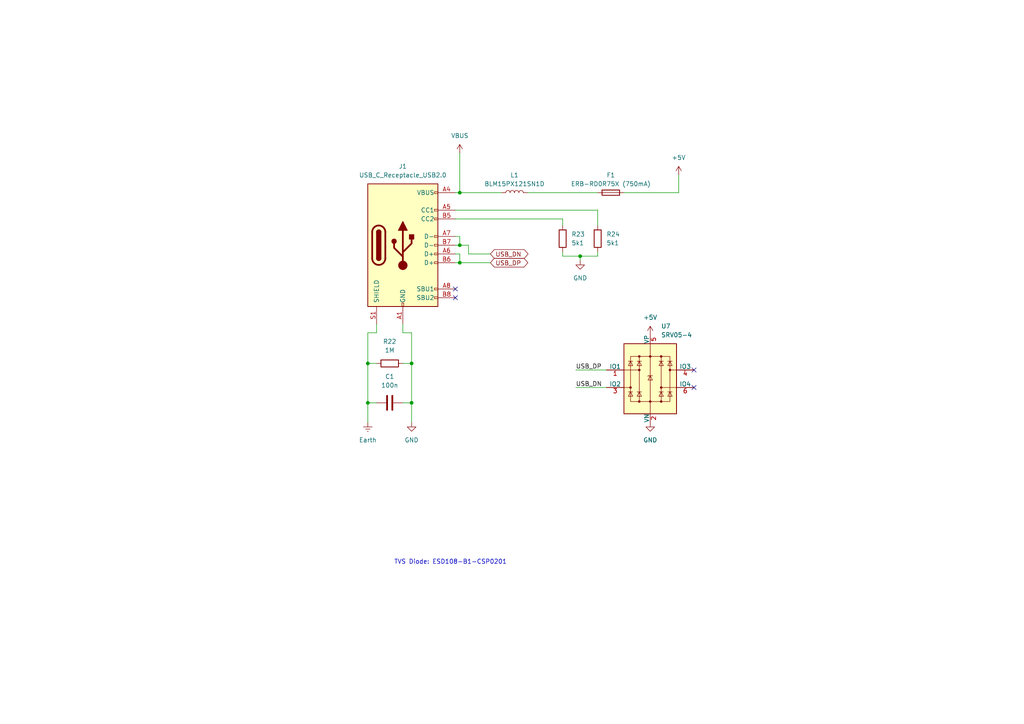
<source format=kicad_sch>
(kicad_sch (version 20230121) (generator eeschema)
  (paper "A4")
  (lib_symbols
    (symbol "Connector:USB_C_Receptacle_USB2.0" (pin_names (offset 1.016))
      (property "Reference" "J" (at -10.16 19.05 0))
      (property "Value" "USB_C_Receptacle_USB2.0" (at 19.05 19.05 0))
      (symbol "USB_C_Receptacle_USB2.0_0_0"
        (rectangle (start -0.254 -17.78) (end 0.254 -16.764))
        (rectangle (start 10.16 -14.986) (end 9.144 -15.494))
        (rectangle (start 10.16 -12.446) (end 9.144 -12.954))
        (rectangle (start 10.16 -4.826) (end 9.144 -5.334))
        (rectangle (start 10.16 -2.286) (end 9.144 -2.794))
        (rectangle (start 10.16 0.254) (end 9.144 -0.254))
        (rectangle (start 10.16 2.794) (end 9.144 2.286))
        (rectangle (start 10.16 7.874) (end 9.144 7.366))
        (rectangle (start 10.16 10.414) (end 9.144 9.906))
        (rectangle (start 10.16 15.494) (end 9.144 14.986))
      )
      (symbol "USB_C_Receptacle_USB2.0_0_1"
        (rectangle (start -10.16 17.78) (end 10.16 -17.78) (stroke (width 0.254)) (fill (type background)))
        (arc (start -8.89 -3.81) (mid -6.985 -5.7067) (end -5.08 -3.81) (stroke (width 0.508)))
        (arc (start -7.62 -3.81) (mid -6.985 -4.4423) (end -6.35 -3.81) (stroke (width 0.254)))
        (arc (start -7.62 -3.81) (mid -6.985 -4.4423) (end -6.35 -3.81) (stroke (width 0.254)) (fill (type outline)))
        (rectangle (start -7.62 -3.81) (end -6.35 3.81) (stroke (width 0.254)) (fill (type outline)))
        (arc (start -6.35 3.81) (mid -6.985 4.4423) (end -7.62 3.81) (stroke (width 0.254)))
        (arc (start -6.35 3.81) (mid -6.985 4.4423) (end -7.62 3.81) (stroke (width 0.254)) (fill (type outline)))
        (arc (start -5.08 3.81) (mid -6.985 5.7067) (end -8.89 3.81) (stroke (width 0.508)))
        (circle (center -2.54 1.143) (radius 0.635) (stroke (width 0.254)) (fill (type outline)))
        (circle (center 0 -5.842) (radius 1.27) (fill (type outline)))
        (polyline (pts (xy -8.89 -3.81) (xy -8.89 3.81)) (stroke (width 0.508)))
        (polyline (pts (xy -5.08 3.81) (xy -5.08 -3.81)) (stroke (width 0.508)))
        (polyline (pts (xy 0 -5.842) (xy 0 4.318)) (stroke (width 0.508)))
        (polyline (pts (xy 0 -3.302) (xy -2.54 -0.762) (xy -2.54 0.508)) (stroke (width 0.508)))
        (polyline (pts (xy 0 -2.032) (xy 2.54 0.508) (xy 2.54 1.778)) (stroke (width 0.508)))
        (polyline (pts (xy -1.27 4.318) (xy 0 6.858) (xy 1.27 4.318) (xy -1.27 4.318)) (stroke (width 0.254)) (fill (type outline)))
        (rectangle (start 1.905 1.778) (end 3.175 3.048) (stroke (width 0.254)) (fill (type outline)))
      )
      (symbol "USB_C_Receptacle_USB2.0_1_1"
        (pin passive line (at 0 -22.86 90) (length 5.08) (name "GND") (number "A1"))
        (pin passive line (at 0 -22.86 90) (length 5.08) hide (name "GND") (number "A12"))
        (pin passive line (at 15.24 15.24 180) (length 5.08) (name "VBUS") (number "A4"))
        (pin bidirectional line (at 15.24 10.16 180) (length 5.08) (name "CC1") (number "A5"))
        (pin bidirectional line (at 15.24 -2.54 180) (length 5.08) (name "D+") (number "A6"))
        (pin bidirectional line (at 15.24 2.54 180) (length 5.08) (name "D-") (number "A7"))
        (pin bidirectional line (at 15.24 -12.7 180) (length 5.08) (name "SBU1") (number "A8"))
        (pin passive line (at 15.24 15.24 180) (length 5.08) hide (name "VBUS") (number "A9"))
        (pin passive line (at 0 -22.86 90) (length 5.08) hide (name "GND") (number "B1"))
        (pin passive line (at 0 -22.86 90) (length 5.08) hide (name "GND") (number "B12"))
        (pin passive line (at 15.24 15.24 180) (length 5.08) hide (name "VBUS") (number "B4"))
        (pin bidirectional line (at 15.24 7.62 180) (length 5.08) (name "CC2") (number "B5"))
        (pin bidirectional line (at 15.24 -5.08 180) (length 5.08) (name "D+") (number "B6"))
        (pin bidirectional line (at 15.24 0 180) (length 5.08) (name "D-") (number "B7"))
        (pin bidirectional line (at 15.24 -15.24 180) (length 5.08) (name "SBU2") (number "B8"))
        (pin passive line (at 15.24 15.24 180) (length 5.08) hide (name "VBUS") (number "B9"))
        (pin passive line (at -7.62 -22.86 90) (length 5.08) (name "SHIELD") (number "S1"))
      )
    )
    (symbol "Device:C" (pin_numbers hide) (pin_names (offset 0.254))
      (property "Reference" "C" (at 0.635 2.54 0))
      (property "Value" "C" (at 0.635 -2.54 0))
      (symbol "C_0_1"
        (polyline (pts (xy -2.032 -0.762) (xy 2.032 -0.762)) (stroke (width 0.508)))
        (polyline (pts (xy -2.032 0.762) (xy 2.032 0.762)) (stroke (width 0.508)))
      )
      (symbol "C_1_1"
        (pin passive line (at 0 3.81 270) (length 2.794) (name "~") (number "1"))
        (pin passive line (at 0 -3.81 90) (length 2.794) (name "~") (number "2"))
      )
    )
    (symbol "Device:Fuse" (pin_numbers hide) (pin_names (offset 0))
      (property "Reference" "F" (at 2.032 0 90))
      (property "Value" "Fuse" (at -1.905 0 90))
      (symbol "Fuse_0_1"
        (rectangle (start -0.762 -2.54) (end 0.762 2.54) (stroke (width 0.254)))
        (polyline (pts (xy 0 2.54) (xy 0 -2.54)))
      )
      (symbol "Fuse_1_1"
        (pin passive line (at 0 3.81 270) (length 1.27) (name "~") (number "1"))
        (pin passive line (at 0 -3.81 90) (length 1.27) (name "~") (number "2"))
      )
    )
    (symbol "Device:L" (pin_numbers hide) (pin_names (offset 1.016) hide)
      (property "Reference" "L" (at -1.27 0 90))
      (property "Value" "L" (at 1.905 0 90))
      (symbol "L_0_1"
        (arc (start 0 -2.54) (mid 0.6323 -1.905) (end 0 -1.27))
        (arc (start 0 -1.27) (mid 0.6323 -0.635) (end 0 0))
        (arc (start 0 0) (mid 0.6323 0.635) (end 0 1.27))
        (arc (start 0 1.27) (mid 0.6323 1.905) (end 0 2.54))
      )
      (symbol "L_1_1"
        (pin passive line (at 0 3.81 270) (length 1.27) (name "1") (number "1"))
        (pin passive line (at 0 -3.81 90) (length 1.27) (name "2") (number "2"))
      )
    )
    (symbol "Device:R" (pin_numbers hide) (pin_names (offset 0))
      (property "Reference" "R" (at 2.032 0 90))
      (property "Value" "R" (at 0 0 90))
      (symbol "R_0_1"
        (rectangle (start -1.016 -2.54) (end 1.016 2.54) (stroke (width 0.254)))
      )
      (symbol "R_1_1"
        (pin passive line (at 0 3.81 270) (length 1.27) (name "~") (number "1"))
        (pin passive line (at 0 -3.81 90) (length 1.27) (name "~") (number "2"))
      )
    )
    (symbol "Power_Protection:SRV05-4" (pin_names (offset 0))
      (property "Reference" "U" (at -5.08 11.43 0))
      (property "Value" "SRV05-4" (at 2.54 11.43 0))
      (symbol "SRV05-4_0_0"
        (rectangle (start -5.715 6.477) (end 5.715 -6.604))
        (polyline (pts (xy -3.175 -6.604) (xy -3.175 6.477)))
        (polyline (pts (xy 3.175 6.477) (xy 3.175 -6.604)))
      )
      (symbol "SRV05-4_0_1"
        (rectangle (start -7.62 10.16) (end 7.62 -10.16) (stroke (width 0.254)) (fill (type background)))
        (circle (center -5.715 -2.54) (radius 0.2794) (fill (type outline)))
        (circle (center -3.175 -6.604) (radius 0.2794) (fill (type outline)))
        (circle (center -3.175 2.54) (radius 0.2794) (fill (type outline)))
        (circle (center -3.175 6.477) (radius 0.2794) (fill (type outline)))
        (circle (center 0 -6.604) (radius 0.2794) (fill (type outline)))
        (polyline (pts (xy -7.747 2.54) (xy -3.175 2.54)))
        (polyline (pts (xy -7.62 -2.54) (xy -5.715 -2.54)))
        (polyline (pts (xy -5.08 -3.81) (xy -6.35 -3.81)))
        (polyline (pts (xy -5.08 5.08) (xy -6.35 5.08)))
        (polyline (pts (xy -2.54 -3.81) (xy -3.81 -3.81)))
        (polyline (pts (xy -2.54 5.08) (xy -3.81 5.08)))
        (polyline (pts (xy 0 10.16) (xy 0 -10.16)))
        (polyline (pts (xy 3.81 -3.81) (xy 2.54 -3.81)))
        (polyline (pts (xy 3.81 5.08) (xy 2.54 5.08)))
        (polyline (pts (xy 6.35 -3.81) (xy 5.08 -3.81)))
        (polyline (pts (xy 6.35 5.08) (xy 5.08 5.08)))
        (polyline (pts (xy 7.62 -2.54) (xy 3.175 -2.54)))
        (polyline (pts (xy 7.62 2.54) (xy 5.715 2.54)))
        (polyline (pts (xy 0.635 0.889) (xy -0.635 0.889) (xy -0.635 0.635)))
        (polyline (pts (xy -5.08 -5.08) (xy -6.35 -5.08) (xy -5.715 -3.81) (xy -5.08 -5.08)))
        (polyline (pts (xy -5.08 3.81) (xy -6.35 3.81) (xy -5.715 5.08) (xy -5.08 3.81)))
        (polyline (pts (xy -2.54 -5.08) (xy -3.81 -5.08) (xy -3.175 -3.81) (xy -2.54 -5.08)))
        (polyline (pts (xy -2.54 3.81) (xy -3.81 3.81) (xy -3.175 5.08) (xy -2.54 3.81)))
        (polyline (pts (xy 0.635 -0.381) (xy -0.635 -0.381) (xy 0 0.889) (xy 0.635 -0.381)))
        (polyline (pts (xy 3.81 -5.08) (xy 2.54 -5.08) (xy 3.175 -3.81) (xy 3.81 -5.08)))
        (polyline (pts (xy 3.81 3.81) (xy 2.54 3.81) (xy 3.175 5.08) (xy 3.81 3.81)))
        (polyline (pts (xy 6.35 -5.08) (xy 5.08 -5.08) (xy 5.715 -3.81) (xy 6.35 -5.08)))
        (polyline (pts (xy 6.35 3.81) (xy 5.08 3.81) (xy 5.715 5.08) (xy 6.35 3.81)))
        (circle (center 0 6.477) (radius 0.2794) (fill (type outline)))
        (circle (center 3.175 -6.604) (radius 0.2794) (fill (type outline)))
        (circle (center 3.175 -2.54) (radius 0.2794) (fill (type outline)))
        (circle (center 3.175 6.477) (radius 0.2794) (fill (type outline)))
        (circle (center 5.715 2.54) (radius 0.2794) (fill (type outline)))
      )
      (symbol "SRV05-4_1_1"
        (pin passive line (at -12.7 2.54 0) (length 5.08) (name "IO1") (number "1"))
        (pin passive line (at 0 -12.7 90) (length 2.54) (name "VN") (number "2"))
        (pin passive line (at -12.7 -2.54 0) (length 5.08) (name "IO2") (number "3"))
        (pin passive line (at 12.7 2.54 180) (length 5.08) (name "IO3") (number "4"))
        (pin passive line (at 0 12.7 270) (length 2.54) (name "VP") (number "5"))
        (pin passive line (at 12.7 -2.54 180) (length 5.08) (name "IO4") (number "6"))
      )
    )
    (symbol "power:+5V" (power) (pin_names (offset 0))
      (property "Value" "+5V" (at 0 3.556 0))
      (symbol "+5V_0_1"
        (polyline (pts (xy -0.762 1.27) (xy 0 2.54)))
        (polyline (pts (xy 0 0) (xy 0 2.54)))
        (polyline (pts (xy 0 2.54) (xy 0.762 1.27)))
      )
      (symbol "+5V_1_1"
        (pin power_in line (at 0 0 90) (length 0) hide (name "+5V") (number "1"))
      )
    )
    (symbol "power:Earth" (power) (pin_names (offset 0))
      (symbol "Earth_0_1"
        (polyline (pts (xy -0.635 -1.905) (xy 0.635 -1.905)))
        (polyline (pts (xy -0.127 -2.54) (xy 0.127 -2.54)))
        (polyline (pts (xy 0 -1.27) (xy 0 0)))
        (polyline (pts (xy 1.27 -1.27) (xy -1.27 -1.27)))
      )
      (symbol "Earth_1_1"
        (pin power_in line (at 0 0 270) (length 0) hide (name "Earth") (number "1"))
      )
    )
    (symbol "power:GND" (power) (pin_names (offset 0))
      (property "Value" "GND" (at 0 -3.81 0))
      (symbol "GND_0_1"
        (polyline (pts (xy 0 0) (xy 0 -1.27) (xy 1.27 -1.27) (xy 0 -2.54) (xy -1.27 -1.27) (xy 0 -1.27)))
      )
      (symbol "GND_1_1"
        (pin power_in line (at 0 0 270) (length 0) hide (name "GND") (number "1"))
      )
    )
    (symbol "power:VBUS" (power) (pin_names (offset 0))
      (property "Value" "VBUS" (at 0 3.81 0))
      (symbol "VBUS_0_1"
        (polyline (pts (xy -0.762 1.27) (xy 0 2.54)))
        (polyline (pts (xy 0 0) (xy 0 2.54)))
        (polyline (pts (xy 0 2.54) (xy 0.762 1.27)))
      )
      (symbol "VBUS_1_1"
        (pin power_in line (at 0 0 90) (length 0) hide (name "VBUS") (number "1"))
      )
    )
  )
  (junction (at 133.35 55.88))
  (junction (at 119.38 105.41))
  (junction (at 133.35 71.12))
  (junction (at 106.68 116.84))
  (junction (at 106.68 105.41))
  (junction (at 119.38 116.84))
  (junction (at 168.275 74.295))
  (junction (at 133.35 76.2))
  (no_connect (at 132.08 83.82))
  (no_connect (at 132.08 86.36))
  (no_connect (at 201.295 112.395))
  (no_connect (at 201.295 107.315))
  (wire (pts (xy 135.89 71.12) (xy 133.35 71.12)))
  (wire (pts (xy 106.68 116.84) (xy 106.68 122.555)))
  (wire (pts (xy 106.68 105.41) (xy 109.22 105.41)))
  (wire (pts (xy 106.68 96.52) (xy 106.68 105.41)))
  (wire (pts (xy 132.08 73.66) (xy 133.35 73.66)))
  (wire (pts (xy 173.355 74.295) (xy 173.355 73.025)))
  (wire (pts (xy 132.08 60.96) (xy 173.355 60.96)))
  (wire (pts (xy 133.35 76.2) (xy 142.24 76.2)))
  (wire (pts (xy 106.68 116.84) (xy 109.22 116.84)))
  (wire (pts (xy 119.38 105.41) (xy 119.38 96.52)))
  (wire (pts (xy 132.08 68.58) (xy 133.35 68.58)))
  (wire (pts (xy 135.89 73.66) (xy 135.89 71.12)))
  (wire (pts (xy 106.68 96.52) (xy 109.22 96.52)))
  (wire (pts (xy 116.84 93.98) (xy 116.84 96.52)))
  (wire (pts (xy 163.195 65.405) (xy 163.195 63.5)))
  (wire (pts (xy 132.08 63.5) (xy 163.195 63.5)))
  (wire (pts (xy 133.35 73.66) (xy 133.35 76.2)))
  (wire (pts (xy 167.005 107.315) (xy 175.895 107.315)))
  (wire (pts (xy 109.22 93.98) (xy 109.22 96.52)))
  (wire (pts (xy 168.275 74.295) (xy 173.355 74.295)))
  (wire (pts (xy 132.08 76.2) (xy 133.35 76.2)))
  (wire (pts (xy 116.84 116.84) (xy 119.38 116.84)))
  (wire (pts (xy 116.84 96.52) (xy 119.38 96.52)))
  (wire (pts (xy 196.85 50.8) (xy 196.85 55.88)))
  (wire (pts (xy 168.275 74.295) (xy 168.275 75.565)))
  (wire (pts (xy 153.035 55.88) (xy 173.355 55.88)))
  (wire (pts (xy 133.35 55.88) (xy 145.415 55.88)))
  (wire (pts (xy 116.84 105.41) (xy 119.38 105.41)))
  (wire (pts (xy 132.08 71.12) (xy 133.35 71.12)))
  (wire (pts (xy 119.38 116.84) (xy 119.38 122.555)))
  (wire (pts (xy 163.195 74.295) (xy 168.275 74.295)))
  (wire (pts (xy 180.975 55.88) (xy 196.85 55.88)))
  (wire (pts (xy 142.24 73.66) (xy 135.89 73.66)))
  (wire (pts (xy 133.35 44.45) (xy 133.35 55.88)))
  (wire (pts (xy 106.68 105.41) (xy 106.68 116.84)))
  (wire (pts (xy 132.08 55.88) (xy 133.35 55.88)))
  (wire (pts (xy 175.895 112.395) (xy 167.005 112.395)))
  (wire (pts (xy 163.195 73.025) (xy 163.195 74.295)))
  (wire (pts (xy 119.38 116.84) (xy 119.38 105.41)))
  (wire (pts (xy 173.355 60.96) (xy 173.355 65.405)))
  (wire (pts (xy 133.35 68.58) (xy 133.35 71.12)))
  (text "TVS Diode: ESD108-B1-CSP0201" (at 114.3 163.83 0) (effects (font (size 1.27 1.27)) (justify left bottom)))
  (label "USB_DP" (at 167.005 107.315 0))
  (label "USB_DN" (at 167.005 112.395 0))
  (global_label "USB_DN" (shape bidirectional) (at 142.24 73.66 0) (property "Intersheetrefs" "${INTERSHEET_REFS}" (effects hide)))
  (global_label "USB_DP" (shape bidirectional) (at 142.24 76.2 0) (property "Intersheetrefs" "${INTERSHEET_REFS}" (effects hide)))
  (symbol (lib_id "power:GND") (at 188.595 122.555 0) (unit 1)
    (property "Reference" "#PWR067" (effects hide))
    (property "Value" "GND" (at 188.595 127.635 0))
  )
  (symbol (lib_id "power:GND") (at 168.275 75.565 0) (unit 1)
    (property "Reference" "#PWR061" (effects hide))
    (property "Value" "GND" (at 168.275 80.645 0))
  )
  (symbol (lib_id "power:GND") (at 119.38 122.555 0) (unit 1)
    (property "Reference" "#PWR060" (effects hide))
    (property "Value" "GND" (at 119.38 127.635 0))
  )
  (symbol (lib_id "Power_Protection:SRV05-4") (at 188.595 109.855 0) (unit 1)
    (property "Reference" "U7" (at 191.7447 94.615 0) (effects (justify left)))
    (property "Value" "SRV05-4" (at 191.7447 97.155 0) (effects (justify left)))
    (property "Footprint" "Package_TO_SOT_SMD:SOT-23-6" (effects hide))
    (property "Datasheet" "http://www.onsemi.com/pub/Collateral/SRV05-4-D.PDF" (effects hide))
  )
  (symbol (lib_id "Device:L") (at 149.225 55.88 90) (unit 1)
    (property "Reference" "L1" (at 149.225 50.8 90))
    (property "Value" "BLM15PX121SN1D" (at 149.225 53.34 90))
    (property "Footprint" "BLM15PX121SN1D:BEADC1005X55N" (effects hide))
    (property "Datasheet" "https://www.murata.com/en-us/products/productdata/8796740059166/ENFA0018.pdf" (effects hide))
  )
  (symbol (lib_id "power:Earth") (at 106.68 122.555 0) (unit 1)
    (property "Reference" "#PWR062" (effects hide))
    (property "Value" "Earth" (at 106.68 127.635 0))
  )
  (symbol (lib_id "Device:R") (at 163.195 69.215 0) (unit 1)
    (property "Reference" "R23" (at 165.735 67.945 0) (effects (justify left)))
    (property "Value" "5k1" (at 165.735 70.485 0) (effects (justify left)))
    (property "Footprint" "Resistor_SMD:R_0402_1005Metric" (effects hide))
  )
  (symbol (lib_id "Connector:USB_C_Receptacle_USB2.0") (at 116.84 71.12 0) (unit 1)
    (property "Reference" "J1" (at 116.84 48.26 0))
    (property "Value" "USB_C_Receptacle_USB2.0" (at 116.84 50.8 0))
    (property "Footprint" "Connector_USB:USB_C_Receptacle_GCT_USB4105-xx-A_16P_TopMnt_Horizontal" (effects hide))
    (property "Datasheet" "https://media.digikey.com/pdf/Data%20Sheets/GCT%20PDFs/USB4105%20-%20Product%20Drawing.pdf" (effects hide))
  )
  (symbol (lib_id "Device:Fuse") (at 177.165 55.88 90) (unit 1)
    (property "Reference" "F1" (at 177.165 50.8 90))
    (property "Value" "ERB-RD0R75X (750mA)" (at 177.165 53.34 90))
    (property "Footprint" "Fuse:Fuse_0402_1005Metric" (effects hide))
    (property "Datasheet" "https://industrial.panasonic.com/cdbs/www-data/pdf/AFA0000/AFA0000C7.pdf" (effects hide))
  )
  (symbol (lib_id "Device:C") (at 113.03 116.84 90) (unit 1)
    (property "Reference" "C1" (at 113.03 109.22 90))
    (property "Value" "100n" (at 113.03 111.76 90))
    (property "Footprint" "Capacitor_SMD:C_0402_1005Metric" (effects hide))
  )
  (symbol (lib_id "power:VBUS") (at 133.35 44.45 0) (unit 1)
    (property "Reference" "#PWR063" (effects hide))
    (property "Value" "VBUS" (at 133.35 39.37 0))
  )
  (symbol (lib_id "power:+5V") (at 196.85 50.8 0) (unit 1)
    (property "Reference" "#PWR064" (effects hide))
    (property "Value" "+5V" (at 196.85 45.72 0))
  )
  (symbol (lib_id "power:+5V") (at 188.595 97.155 0) (unit 1)
    (property "Reference" "#PWR066" (effects hide))
    (property "Value" "+5V" (at 188.595 92.075 0))
  )
  (symbol (lib_id "Device:R") (at 113.03 105.41 90) (unit 1)
    (property "Reference" "R22" (at 113.03 99.06 90))
    (property "Value" "1M" (at 113.03 101.6 90))
    (property "Footprint" "Resistor_SMD:R_0402_1005Metric" (effects hide))
  )
  (symbol (lib_id "Device:R") (at 173.355 69.215 0) (unit 1)
    (property "Reference" "R24" (at 175.895 67.945 0) (effects (justify left)))
    (property "Value" "5k1" (at 175.895 70.485 0) (effects (justify left)))
    (property "Footprint" "Resistor_SMD:R_0402_1005Metric" (effects hide))
  )
)
</source>
